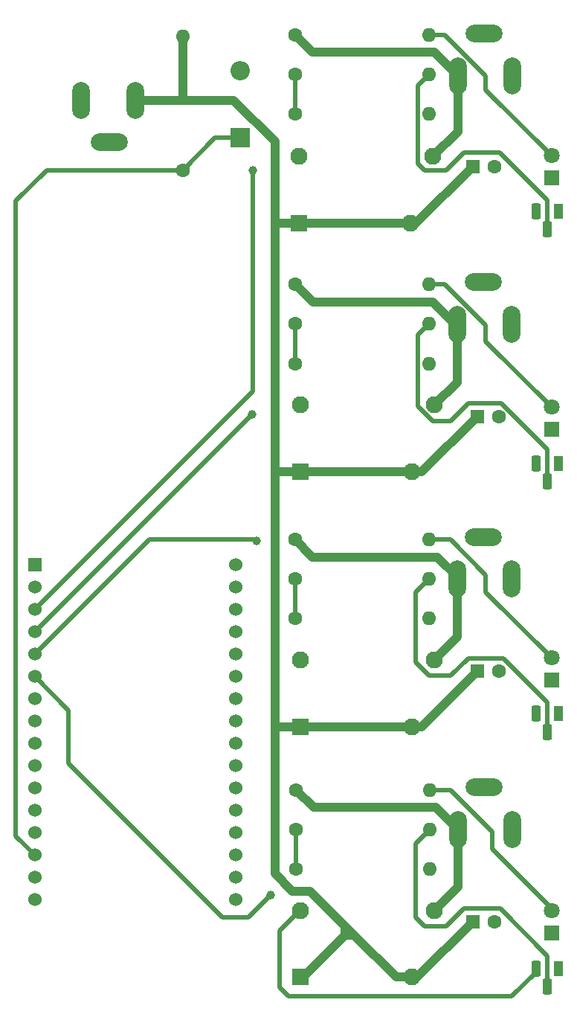
<source format=gtl>
G04 #@! TF.GenerationSoftware,KiCad,Pcbnew,8.0.1*
G04 #@! TF.CreationDate,2025-03-04T19:56:39+01:00*
G04 #@! TF.ProjectId,arroseurPCB,6172726f-7365-4757-9250-43422e6b6963,rev?*
G04 #@! TF.SameCoordinates,Original*
G04 #@! TF.FileFunction,Copper,L1,Top*
G04 #@! TF.FilePolarity,Positive*
%FSLAX46Y46*%
G04 Gerber Fmt 4.6, Leading zero omitted, Abs format (unit mm)*
G04 Created by KiCad (PCBNEW 8.0.1) date 2025-03-04 19:56:39*
%MOMM*%
%LPD*%
G01*
G04 APERTURE LIST*
G04 Aperture macros list*
%AMRoundRect*
0 Rectangle with rounded corners*
0 $1 Rounding radius*
0 $2 $3 $4 $5 $6 $7 $8 $9 X,Y pos of 4 corners*
0 Add a 4 corners polygon primitive as box body*
4,1,4,$2,$3,$4,$5,$6,$7,$8,$9,$2,$3,0*
0 Add four circle primitives for the rounded corners*
1,1,$1+$1,$2,$3*
1,1,$1+$1,$4,$5*
1,1,$1+$1,$6,$7*
1,1,$1+$1,$8,$9*
0 Add four rect primitives between the rounded corners*
20,1,$1+$1,$2,$3,$4,$5,0*
20,1,$1+$1,$4,$5,$6,$7,0*
20,1,$1+$1,$6,$7,$8,$9,0*
20,1,$1+$1,$8,$9,$2,$3,0*%
G04 Aperture macros list end*
G04 #@! TA.AperFunction,ComponentPad*
%ADD10R,2.200000X2.200000*%
G04 #@! TD*
G04 #@! TA.AperFunction,ComponentPad*
%ADD11O,2.200000X2.200000*%
G04 #@! TD*
G04 #@! TA.AperFunction,ComponentPad*
%ADD12C,1.600000*%
G04 #@! TD*
G04 #@! TA.AperFunction,ComponentPad*
%ADD13O,1.600000X1.600000*%
G04 #@! TD*
G04 #@! TA.AperFunction,ComponentPad*
%ADD14R,1.100000X1.800000*%
G04 #@! TD*
G04 #@! TA.AperFunction,ComponentPad*
%ADD15RoundRect,0.275000X0.275000X0.625000X-0.275000X0.625000X-0.275000X-0.625000X0.275000X-0.625000X0*%
G04 #@! TD*
G04 #@! TA.AperFunction,ComponentPad*
%ADD16R,1.600000X1.600000*%
G04 #@! TD*
G04 #@! TA.AperFunction,ComponentPad*
%ADD17R,1.950000X1.950000*%
G04 #@! TD*
G04 #@! TA.AperFunction,ComponentPad*
%ADD18C,1.950000*%
G04 #@! TD*
G04 #@! TA.AperFunction,ComponentPad*
%ADD19R,1.800000X1.800000*%
G04 #@! TD*
G04 #@! TA.AperFunction,ComponentPad*
%ADD20C,1.800000*%
G04 #@! TD*
G04 #@! TA.AperFunction,ComponentPad*
%ADD21RoundRect,1.000000X0.000010X1.100000X-0.000010X1.100000X-0.000010X-1.100000X0.000010X-1.100000X0*%
G04 #@! TD*
G04 #@! TA.AperFunction,ComponentPad*
%ADD22RoundRect,1.000000X-1.100000X0.000010X-1.100000X-0.000010X1.100000X-0.000010X1.100000X0.000010X0*%
G04 #@! TD*
G04 #@! TA.AperFunction,ComponentPad*
%ADD23RoundRect,1.000000X-0.000010X-1.100000X0.000010X-1.100000X0.000010X1.100000X-0.000010X1.100000X0*%
G04 #@! TD*
G04 #@! TA.AperFunction,ComponentPad*
%ADD24R,1.524000X1.524000*%
G04 #@! TD*
G04 #@! TA.AperFunction,ComponentPad*
%ADD25C,1.524000*%
G04 #@! TD*
G04 #@! TA.AperFunction,ComponentPad*
%ADD26RoundRect,1.000000X1.100000X-0.000010X1.100000X0.000010X-1.100000X0.000010X-1.100000X-0.000010X0*%
G04 #@! TD*
G04 #@! TA.AperFunction,ViaPad*
%ADD27C,1.000000*%
G04 #@! TD*
G04 #@! TA.AperFunction,Conductor*
%ADD28C,1.000000*%
G04 #@! TD*
G04 #@! TA.AperFunction,Conductor*
%ADD29C,0.500000*%
G04 #@! TD*
G04 APERTURE END LIST*
D10*
X134000000Y-61810000D03*
D11*
X134000000Y-54190000D03*
D12*
X140260000Y-116500000D03*
D13*
X155500000Y-116500000D03*
D12*
X140385000Y-140500000D03*
D13*
X155625000Y-140500000D03*
D12*
X140385000Y-145000000D03*
D13*
X155625000Y-145000000D03*
D14*
X170270000Y-127330000D03*
D15*
X169000000Y-129400000D03*
X167730000Y-127330000D03*
D16*
X161000000Y-93500000D03*
D12*
X163500000Y-93500000D03*
D17*
X140760000Y-71500000D03*
D18*
X140760000Y-63900000D03*
X153460000Y-71500000D03*
X156000000Y-63900000D03*
D19*
X169500000Y-66360000D03*
D20*
X169500000Y-63820000D03*
D19*
X169500000Y-123500000D03*
D20*
X169500000Y-120960000D03*
D17*
X140910000Y-157300000D03*
D18*
X140910000Y-149700000D03*
X153610000Y-157300000D03*
X156150000Y-149700000D03*
D14*
X170270000Y-98830000D03*
D15*
X169000000Y-100900000D03*
X167730000Y-98830000D03*
D12*
X140260000Y-112000000D03*
D13*
X155500000Y-112000000D03*
D16*
X160500000Y-65050000D03*
D12*
X163000000Y-65050000D03*
D19*
X169500000Y-95000000D03*
D20*
X169500000Y-92460000D03*
D12*
X140260000Y-59050000D03*
D13*
X155500000Y-59050000D03*
D21*
X158800000Y-54700000D03*
D22*
X161800000Y-49900000D03*
D23*
X165000000Y-54700000D03*
D12*
X140260000Y-82950000D03*
D13*
X155500000Y-82950000D03*
D12*
X140260000Y-87500000D03*
D13*
X155500000Y-87500000D03*
D14*
X170270000Y-70150000D03*
D15*
X169000000Y-72220000D03*
X167730000Y-70150000D03*
D19*
X169500000Y-152275000D03*
D20*
X169500000Y-149735000D03*
D24*
X110640000Y-110400000D03*
D25*
X110640000Y-112940000D03*
X110640000Y-115480000D03*
X110640000Y-118020000D03*
X110640000Y-120560000D03*
X110640000Y-123100000D03*
X110640000Y-125640000D03*
X110640000Y-128180000D03*
X110640000Y-130720000D03*
X110640000Y-133260000D03*
X110640000Y-135800000D03*
X110640000Y-138340000D03*
X110640000Y-140880000D03*
X110640000Y-143420000D03*
X110640000Y-145960000D03*
X110640000Y-148500000D03*
X133500000Y-110400000D03*
X133500000Y-112940000D03*
X133500000Y-115480000D03*
X133500000Y-118020000D03*
X133500000Y-120560000D03*
X133500000Y-123100000D03*
X133500000Y-125640000D03*
X133500000Y-128180000D03*
X133500000Y-130720000D03*
X133500000Y-133260000D03*
X133500000Y-135800000D03*
X133500000Y-138340000D03*
X133500000Y-140880000D03*
X133500000Y-143420000D03*
X133500000Y-145960000D03*
X133500000Y-148500000D03*
D16*
X160500000Y-151000000D03*
D12*
X163000000Y-151000000D03*
D21*
X158800000Y-140500000D03*
D22*
X161800000Y-135700000D03*
D23*
X165000000Y-140500000D03*
D12*
X127500000Y-65500000D03*
D13*
X127500000Y-50260000D03*
D12*
X140380000Y-136000000D03*
D13*
X155620000Y-136000000D03*
D17*
X140910000Y-128800000D03*
D18*
X140910000Y-121200000D03*
X153610000Y-128800000D03*
X156150000Y-121200000D03*
D12*
X140260000Y-50050000D03*
D13*
X155500000Y-50050000D03*
D21*
X158750000Y-112000000D03*
D22*
X161750000Y-107200000D03*
D23*
X164950000Y-112000000D03*
D16*
X161000000Y-122500000D03*
D12*
X163500000Y-122500000D03*
D23*
X122112500Y-57500000D03*
D26*
X119112500Y-62300000D03*
D21*
X115912500Y-57500000D03*
D17*
X140910000Y-99800000D03*
D18*
X140910000Y-92200000D03*
X153610000Y-99800000D03*
X156150000Y-92200000D03*
D14*
X170270000Y-156330000D03*
D15*
X169000000Y-158400000D03*
X167730000Y-156330000D03*
D12*
X140260000Y-78450000D03*
D13*
X155500000Y-78450000D03*
D12*
X140260000Y-54550000D03*
D13*
X155500000Y-54550000D03*
D21*
X158750000Y-83000000D03*
D22*
X161750000Y-78200000D03*
D23*
X164950000Y-83000000D03*
D12*
X140260000Y-107500000D03*
D13*
X155500000Y-107500000D03*
D27*
X135880000Y-107620000D03*
X137500000Y-148000000D03*
X135380000Y-93280000D03*
X135500000Y-65500000D03*
D28*
X140910000Y-128800000D02*
X153610000Y-128800000D01*
X138000000Y-71500000D02*
X138000000Y-100000000D01*
X153460000Y-71500000D02*
X154050000Y-71500000D01*
X147000000Y-152500000D02*
X146000000Y-152500000D01*
X153610000Y-128800000D02*
X154700000Y-128800000D01*
X140910000Y-128800000D02*
X138300000Y-128800000D01*
X138000000Y-62210000D02*
X138000000Y-71500000D01*
X154700000Y-128800000D02*
X161000000Y-122500000D01*
X138200000Y-99800000D02*
X138000000Y-100000000D01*
X140760000Y-71500000D02*
X138000000Y-71500000D01*
X127500000Y-57500000D02*
X133290000Y-57500000D01*
X138000000Y-128500000D02*
X138000000Y-145500000D01*
X141200000Y-157300000D02*
X146000000Y-152500000D01*
X138000000Y-100000000D02*
X138000000Y-128500000D01*
X140000000Y-147500000D02*
X142000000Y-147500000D01*
X140910000Y-99800000D02*
X153610000Y-99800000D01*
X146000000Y-151500000D02*
X146000000Y-152500000D01*
X140910000Y-99800000D02*
X138200000Y-99800000D01*
X151800000Y-157300000D02*
X147000000Y-152500000D01*
X140910000Y-157300000D02*
X141200000Y-157300000D01*
X140760000Y-71500000D02*
X153460000Y-71500000D01*
X127500000Y-50260000D02*
X127500000Y-57500000D01*
X154700000Y-99800000D02*
X161000000Y-93500000D01*
X153610000Y-157300000D02*
X154200000Y-157300000D01*
X154050000Y-71500000D02*
X160500000Y-65050000D01*
X122700000Y-57500000D02*
X127500000Y-57500000D01*
X142000000Y-147500000D02*
X146000000Y-151500000D01*
X153610000Y-99800000D02*
X154700000Y-99800000D01*
X138300000Y-128800000D02*
X138000000Y-128500000D01*
X133290000Y-57500000D02*
X138000000Y-62210000D01*
X153610000Y-157300000D02*
X151800000Y-157300000D01*
X154200000Y-157300000D02*
X160500000Y-151000000D01*
X138000000Y-145500000D02*
X140000000Y-147500000D01*
X147000000Y-152500000D02*
X146000000Y-151500000D01*
D29*
X155500000Y-107500000D02*
X157953951Y-107500000D01*
X169480000Y-120960000D02*
X169500000Y-120960000D01*
X157953951Y-107500000D02*
X162000000Y-111546049D01*
X162000000Y-113480000D02*
X169480000Y-120960000D01*
X162000000Y-111546049D02*
X162000000Y-113480000D01*
X162750000Y-142750000D02*
X162750000Y-140750000D01*
X158000000Y-136000000D02*
X155620000Y-136000000D01*
X162750000Y-140750000D02*
X158000000Y-136000000D01*
X169500000Y-149735000D02*
X169500000Y-149500000D01*
X169500000Y-149500000D02*
X162750000Y-142750000D01*
X162000000Y-83092098D02*
X162000000Y-84960000D01*
X155500000Y-78450000D02*
X157357902Y-78450000D01*
X157357902Y-78450000D02*
X162000000Y-83092098D01*
X162000000Y-84960000D02*
X169500000Y-92460000D01*
X162000000Y-56320000D02*
X169500000Y-63820000D01*
X157307902Y-50050000D02*
X162000000Y-54742098D01*
X162000000Y-54742098D02*
X162000000Y-56320000D01*
X155500000Y-50050000D02*
X157307902Y-50050000D01*
D28*
X158800000Y-147050000D02*
X158800000Y-140500000D01*
X140380000Y-136000000D02*
X142380000Y-138000000D01*
X142380000Y-138000000D02*
X156300000Y-138000000D01*
X156300000Y-138000000D02*
X158800000Y-140500000D01*
X156150000Y-149700000D02*
X158800000Y-147050000D01*
X158750000Y-111750000D02*
X156500000Y-109500000D01*
X142260000Y-109500000D02*
X140260000Y-107500000D01*
X158750000Y-118600000D02*
X158750000Y-112000000D01*
X156500000Y-109500000D02*
X142260000Y-109500000D01*
X156150000Y-121200000D02*
X158750000Y-118600000D01*
X158750000Y-112000000D02*
X158750000Y-111750000D01*
X156000000Y-80500000D02*
X142310000Y-80500000D01*
X142310000Y-80500000D02*
X140260000Y-78450000D01*
X158750000Y-83000000D02*
X158500000Y-83000000D01*
X156150000Y-92200000D02*
X158750000Y-89600000D01*
X158500000Y-83000000D02*
X156000000Y-80500000D01*
X158750000Y-89600000D02*
X158750000Y-83000000D01*
D29*
X112000000Y-65500000D02*
X108500000Y-69000000D01*
X108500000Y-69000000D02*
X108500000Y-141280000D01*
X108500000Y-141280000D02*
X110640000Y-143420000D01*
X131190000Y-61810000D02*
X127500000Y-65500000D01*
X134000000Y-61810000D02*
X131190000Y-61810000D01*
X127500000Y-65500000D02*
X112000000Y-65500000D01*
D28*
X142210000Y-52000000D02*
X140260000Y-50050000D01*
X156000000Y-63900000D02*
X158800000Y-61100000D01*
X156100000Y-52000000D02*
X142210000Y-52000000D01*
X158800000Y-61100000D02*
X158800000Y-54700000D01*
X158800000Y-54700000D02*
X156100000Y-52000000D01*
D29*
X167730000Y-156730000D02*
X164960000Y-159500000D01*
X164960000Y-159500000D02*
X139500000Y-159500000D01*
X140800000Y-149700000D02*
X140910000Y-149700000D01*
X139500000Y-159500000D02*
X138500000Y-158500000D01*
X138500000Y-152000000D02*
X140800000Y-149700000D01*
X138500000Y-158500000D02*
X138500000Y-152000000D01*
X158000000Y-123000000D02*
X160000000Y-121000000D01*
X164000000Y-121000000D02*
X169000000Y-126000000D01*
X169000000Y-126000000D02*
X169000000Y-129000000D01*
X154000000Y-113500000D02*
X154000000Y-121500000D01*
X154000000Y-121500000D02*
X155500000Y-123000000D01*
X155500000Y-123000000D02*
X158000000Y-123000000D01*
X160000000Y-121000000D02*
X164000000Y-121000000D01*
X155500000Y-112000000D02*
X154000000Y-113500000D01*
X154000000Y-142125000D02*
X154000000Y-150500000D01*
X155000000Y-151500000D02*
X157500000Y-151500000D01*
X163633884Y-149500000D02*
X169000000Y-154866116D01*
X157500000Y-151500000D02*
X159500000Y-149500000D01*
X154000000Y-150500000D02*
X155000000Y-151500000D01*
X159500000Y-149500000D02*
X163633884Y-149500000D01*
X155625000Y-140500000D02*
X154000000Y-142125000D01*
X169000000Y-154866116D02*
X169000000Y-158000000D01*
X155934745Y-94000000D02*
X158000000Y-94000000D01*
X155500000Y-82950000D02*
X154250000Y-84200000D01*
X160000000Y-92000000D02*
X163767767Y-92000000D01*
X163767767Y-92000000D02*
X169000000Y-97232233D01*
X169000000Y-97232233D02*
X169000000Y-100500000D01*
X154250000Y-84200000D02*
X154250000Y-92315255D01*
X154250000Y-92315255D02*
X155934745Y-94000000D01*
X158000000Y-94000000D02*
X160000000Y-92000000D01*
X163608884Y-63500000D02*
X169000000Y-68891116D01*
X155500000Y-54550000D02*
X154250000Y-55800000D01*
X157500000Y-65500000D02*
X159500000Y-63500000D01*
X154250000Y-55800000D02*
X154250000Y-64750000D01*
X154250000Y-64750000D02*
X155000000Y-65500000D01*
X155000000Y-65500000D02*
X157500000Y-65500000D01*
X169000000Y-68891116D02*
X169000000Y-71820000D01*
X159500000Y-63500000D02*
X163608884Y-63500000D01*
X140260000Y-116500000D02*
X140260000Y-112000000D01*
X123700000Y-107500000D02*
X110640000Y-120560000D01*
X135880000Y-107620000D02*
X135760000Y-107500000D01*
X135760000Y-107500000D02*
X123700000Y-107500000D01*
X140385000Y-145000000D02*
X140385000Y-140500000D01*
X114500000Y-126960000D02*
X110640000Y-123100000D01*
X135000000Y-150500000D02*
X132000000Y-150500000D01*
X137500000Y-148000000D02*
X135000000Y-150500000D01*
X114500000Y-133000000D02*
X114500000Y-126960000D01*
X132000000Y-150500000D02*
X114500000Y-133000000D01*
X135380000Y-93280000D02*
X110640000Y-118020000D01*
X140260000Y-87500000D02*
X140260000Y-82950000D01*
X140260000Y-59050000D02*
X140260000Y-54550000D01*
X135500000Y-90620000D02*
X110640000Y-115480000D01*
X135500000Y-65500000D02*
X135500000Y-90620000D01*
M02*

</source>
